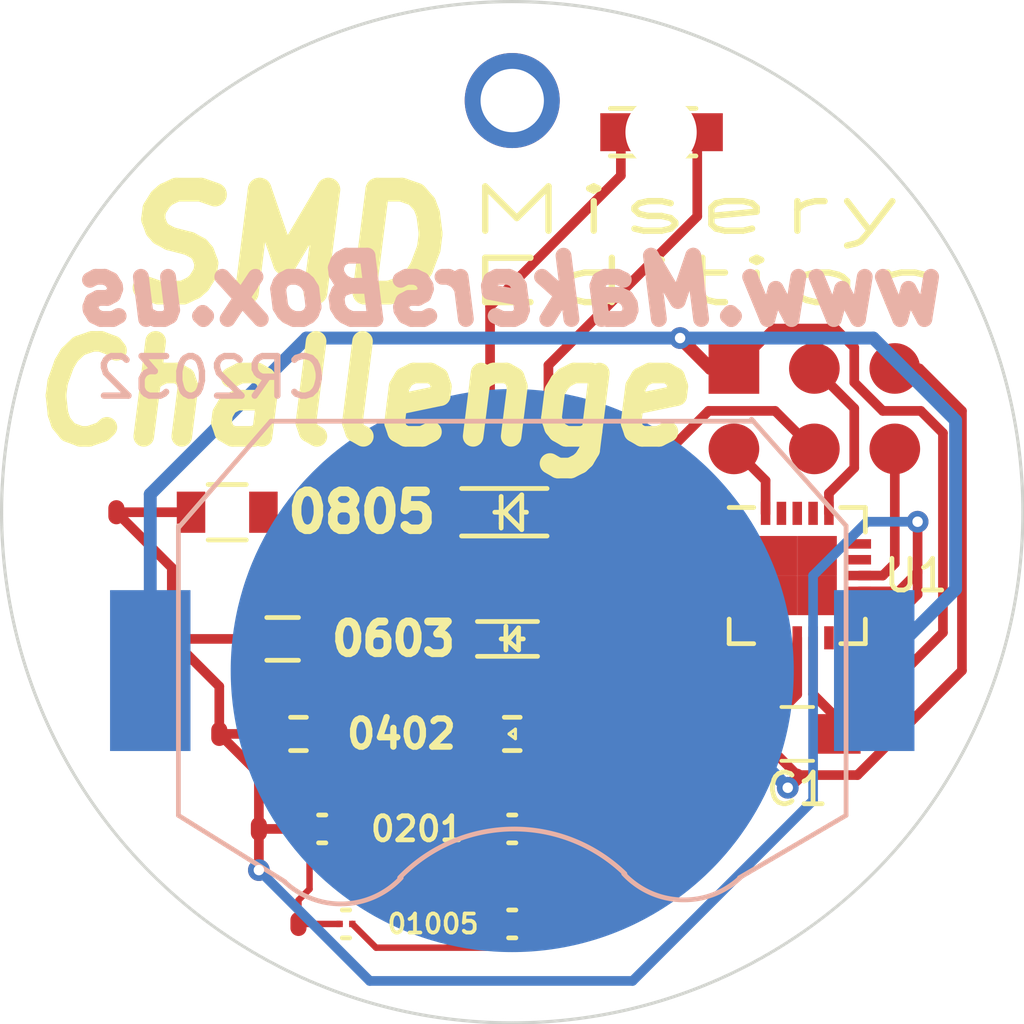
<source format=kicad_pcb>
(kicad_pcb (version 4) (host pcbnew 4.0.7)

  (general
    (links 39)
    (no_connects 0)
    (area 146.645484 77.075484 178.994516 109.424516)
    (thickness 1.6)
    (drawings 15)
    (tracks 131)
    (zones 0)
    (modules 27)
    (nets 20)
  )

  (page USLetter)
  (layers
    (0 F.Cu signal)
    (31 B.Cu signal)
    (34 B.Paste user)
    (35 F.Paste user)
    (36 B.SilkS user)
    (37 F.SilkS user)
    (38 B.Mask user)
    (39 F.Mask user)
    (40 Dwgs.User user hide)
    (44 Edge.Cuts user)
  )

  (setup
    (last_trace_width 0.3048)
    (user_trace_width 0.2032)
    (user_trace_width 0.254)
    (user_trace_width 0.3048)
    (user_trace_width 0.4064)
    (user_trace_width 0.6096)
    (user_trace_width 2.032)
    (trace_clearance 0.1524)
    (zone_clearance 0.508)
    (zone_45_only no)
    (trace_min 0.1524)
    (segment_width 0.254)
    (edge_width 0.1)
    (via_size 0.6858)
    (via_drill 0.3302)
    (via_min_size 0.6858)
    (via_min_drill 0.3302)
    (user_via 1 0.5)
    (uvia_size 0.762)
    (uvia_drill 0.508)
    (uvias_allowed no)
    (uvia_min_size 0.508)
    (uvia_min_drill 0.127)
    (pcb_text_width 0.3)
    (pcb_text_size 1.5 1.5)
    (mod_edge_width 0.15)
    (mod_text_size 1 1)
    (mod_text_width 0.15)
    (pad_size 3 3)
    (pad_drill 2)
    (pad_to_mask_clearance 0)
    (aux_axis_origin 0 0)
    (grid_origin 210.82 95.25)
    (visible_elements 7FFFFFFF)
    (pcbplotparams
      (layerselection 0x010f0_80000000)
      (usegerberextensions true)
      (excludeedgelayer true)
      (linewidth 0.100000)
      (plotframeref false)
      (viasonmask false)
      (mode 1)
      (useauxorigin false)
      (hpglpennumber 1)
      (hpglpenspeed 20)
      (hpglpendiameter 15)
      (hpglpenoverlay 2)
      (psnegative false)
      (psa4output false)
      (plotreference true)
      (plotvalue true)
      (plotinvisibletext false)
      (padsonsilk false)
      (subtractmaskfromsilk false)
      (outputformat 1)
      (mirror false)
      (drillshape 0)
      (scaleselection 1)
      (outputdirectory gerbers/))
  )

  (net 0 "")
  (net 1 GND)
  (net 2 +BATT)
  (net 3 "Net-(CON1-Pad1)")
  (net 4 "Net-(CON1-Pad3)")
  (net 5 "Net-(CON1-Pad4)")
  (net 6 "Net-(CON1-Pad5)")
  (net 7 "Net-(D1-Pad1)")
  (net 8 "Net-(D2-Pad1)")
  (net 9 "Net-(D3-Pad1)")
  (net 10 "Net-(D0-Pad1)")
  (net 11 "Net-(D3-Pad2)")
  (net 12 "Net-(D4-Pad2)")
  (net 13 "Net-(D4-Pad1)")
  (net 14 "Net-(P5-Pad1)")
  (net 15 "Net-(PG0-Pad1)")
  (net 16 "Net-(U1-Pad14)")
  (net 17 "Net-(U1-Pad15)")
  (net 18 "Net-(D1-Pad2)")
  (net 19 "Net-(D2-Pad2)")

  (net_class Default "This is the default net class."
    (clearance 0.1524)
    (trace_width 0.1524)
    (via_dia 0.6858)
    (via_drill 0.3302)
    (uvia_dia 0.762)
    (uvia_drill 0.508)
    (add_net +BATT)
    (add_net GND)
    (add_net "Net-(CON1-Pad1)")
    (add_net "Net-(CON1-Pad3)")
    (add_net "Net-(CON1-Pad4)")
    (add_net "Net-(CON1-Pad5)")
    (add_net "Net-(D0-Pad1)")
    (add_net "Net-(D1-Pad1)")
    (add_net "Net-(D1-Pad2)")
    (add_net "Net-(D2-Pad1)")
    (add_net "Net-(D2-Pad2)")
    (add_net "Net-(D3-Pad1)")
    (add_net "Net-(D3-Pad2)")
    (add_net "Net-(D4-Pad1)")
    (add_net "Net-(D4-Pad2)")
    (add_net "Net-(P5-Pad1)")
    (add_net "Net-(PG0-Pad1)")
    (add_net "Net-(U1-Pad14)")
    (add_net "Net-(U1-Pad15)")
  )

  (module footprints:LED-0805 (layer F.Cu) (tedit 5A72998C) (tstamp 5A7282F2)
    (at 167.52 81.25)
    (descr "LED 0805 smd package")
    (tags "LED 0805 SMD")
    (path /5A7293AF)
    (attr smd)
    (fp_text reference D5 (at 2.2225 1.4605) (layer F.SilkS) hide
      (effects (font (size 1.2 1.2) (thickness 0.3)))
    )
    (fp_text value LED (at 0 1.75) (layer F.Fab)
      (effects (font (size 1 1) (thickness 0.15)))
    )
    (fp_line (start -0.75 -0.75) (end -0.75 0.75) (layer F.CrtYd) (width 0.15))
    (fp_line (start -0.75 0.75) (end 0.75 0.75) (layer F.CrtYd) (width 0.15))
    (fp_line (start 0.75 0.75) (end 0.75 -0.75) (layer F.CrtYd) (width 0.15))
    (fp_line (start 0.75 -0.75) (end -0.75 -0.75) (layer F.CrtYd) (width 0.15))
    (fp_line (start 0.3 0) (end 0.45 0) (layer F.SilkS) (width 0.15))
    (fp_line (start -0.55 0) (end -0.2 0) (layer F.SilkS) (width 0.15))
    (fp_line (start -0.25 0) (end 0.3 -0.55) (layer F.SilkS) (width 0.15))
    (fp_line (start 0.3 -0.55) (end 0.3 0.55) (layer F.SilkS) (width 0.15))
    (fp_line (start 0.3 0.55) (end -0.25 0) (layer F.SilkS) (width 0.15))
    (fp_line (start -0.35 -0.35) (end -0.35 -0.5) (layer F.SilkS) (width 0.15))
    (fp_line (start -0.35 0.35) (end -0.35 0.5) (layer F.SilkS) (width 0.15))
    (fp_line (start -1.6 0.75) (end 1.1 0.75) (layer F.SilkS) (width 0.15))
    (fp_line (start -1.6 -0.75) (end 1.1 -0.75) (layer F.SilkS) (width 0.15))
    (fp_line (start -0.35 -0.35) (end -0.35 0.35) (layer F.SilkS) (width 0.15))
    (fp_line (start 1.9 -0.95) (end 1.9 0.95) (layer F.CrtYd) (width 0.05))
    (fp_line (start 1.9 0.95) (end -1.9 0.95) (layer F.CrtYd) (width 0.05))
    (fp_line (start -1.9 0.95) (end -1.9 -0.95) (layer F.CrtYd) (width 0.05))
    (fp_line (start -1.9 -0.95) (end 1.9 -0.95) (layer F.CrtYd) (width 0.05))
    (pad 2 smd rect (at 1.3 0 180) (size 1.3 1.19888) (layers F.Cu F.Paste F.Mask)
      (net 4 "Net-(CON1-Pad3)"))
    (pad 1 smd rect (at -1.27 0 180) (size 1.3 1.19888) (layers F.Cu F.Paste F.Mask)
      (net 10 "Net-(D0-Pad1)"))
    (pad "" np_thru_hole circle (at 0 0) (size 2.25 2.25) (drill 2.25) (layers *.Cu *.Mask))
    (model LEDs.3dshapes/LED-0805.wrl
      (at (xyz 0 0 0))
      (scale (xyz 1 1 1))
      (rotate (xyz 0 0 0))
    )
    (model LEDs.3dshapes/LED_0805.wrl
      (at (xyz 0 0 0))
      (scale (xyz 1 1 1))
      (rotate (xyz 0 0 0))
    )
  )

  (module footprints:BATT_CR2032_SMD (layer B.Cu) (tedit 56CFB5D2) (tstamp 5A2CB063)
    (at 162.82 98.25 180)
    (tags battery)
    (path /56CFA61E)
    (fp_text reference BT1 (at 0 -5.08 180) (layer B.SilkS) hide
      (effects (font (size 1.72974 1.08712) (thickness 0.27178)) (justify mirror))
    )
    (fp_text value Battery (at 0 2.54 180) (layer B.SilkS) hide
      (effects (font (size 1.524 1.016) (thickness 0.254)) (justify mirror))
    )
    (fp_line (start -7.1755 -6.5405) (end -10.541 -4.572) (layer B.SilkS) (width 0.15))
    (fp_line (start 7.1755 -6.6675) (end 10.541 -4.572) (layer B.SilkS) (width 0.15))
    (fp_arc (start -5.4229 -4.6355) (end -3.5179 -6.4135) (angle -90) (layer B.SilkS) (width 0.15))
    (fp_arc (start 5.4102 -4.7625) (end 7.1882 -6.6675) (angle -90) (layer B.SilkS) (width 0.15))
    (fp_arc (start -0.0635 -10.033) (end -3.556 -6.4135) (angle -90) (layer B.SilkS) (width 0.15))
    (fp_line (start 7.62 7.874) (end 10.541 4.5085) (layer B.SilkS) (width 0.15))
    (fp_line (start -10.541 4.572) (end -7.5565 7.9375) (layer B.SilkS) (width 0.15))
    (fp_line (start -7.62 7.874) (end 7.62 7.874) (layer B.SilkS) (width 0.15))
    (fp_line (start -10.541 -4.572) (end -10.541 4.572) (layer B.SilkS) (width 0.15))
    (fp_line (start 10.541 -4.572) (end 10.541 4.572) (layer B.SilkS) (width 0.15))
    (fp_circle (center 0 0) (end -10.16 0) (layer Dwgs.User) (width 0.15))
    (pad 2 smd circle (at 0 0 180) (size 17.78 17.78) (layers B.Cu B.Paste B.Mask)
      (net 1 GND))
    (pad 1 smd rect (at -11.43 0 180) (size 2.54 5.08) (layers B.Cu B.Paste B.Mask)
      (net 2 +BATT))
    (pad 1 smd rect (at 11.43 0 180) (size 2.54 5.08) (layers B.Cu B.Paste B.Mask)
      (net 2 +BATT))
  )

  (module footprints:AVR-ISP-6 (layer F.Cu) (tedit 5860A6AE) (tstamp 5A2CB07F)
    (at 169.82 91.25 90)
    (descr "6-lead dip package, row spacing 7.62 mm (300 mils)")
    (tags "dil dip 2.54 300")
    (path /58609061)
    (fp_text reference CON1 (at 0 -2.54 90) (layer F.SilkS) hide
      (effects (font (size 1 1) (thickness 0.15)))
    )
    (fp_text value AVR-ISP-6 (at 0 -3.72 90) (layer F.Fab) hide
      (effects (font (size 1 1) (thickness 0.15)))
    )
    (pad 1 smd oval (at 0 0 90) (size 1.6 1.6) (layers F.Cu F.Paste F.Mask)
      (net 3 "Net-(CON1-Pad1)"))
    (pad 2 smd rect (at 2.54 0 90) (size 1.6 1.6) (layers F.Cu F.Paste F.Mask)
      (net 2 +BATT))
    (pad 3 smd oval (at 0 2.54 90) (size 1.6 1.6) (layers F.Cu F.Paste F.Mask)
      (net 4 "Net-(CON1-Pad3)"))
    (pad 4 smd oval (at 2.54 2.54 90) (size 1.6 1.6) (layers F.Cu F.Paste F.Mask)
      (net 5 "Net-(CON1-Pad4)"))
    (pad 5 smd oval (at 0 5.08 90) (size 1.6 1.6) (layers F.Cu F.Paste F.Mask)
      (net 6 "Net-(CON1-Pad5)"))
    (pad 6 smd oval (at 2.54 5.08 90) (size 1.6 1.6) (layers F.Cu F.Paste F.Mask)
      (net 1 GND))
  )

  (module footprints:testPad (layer F.Cu) (tedit 5A71576D) (tstamp 5A2CB100)
    (at 165.82 93.25)
    (descr "module 1 pin (ou trou mecanique de percage)")
    (tags DEV)
    (path /5902B2A3)
    (fp_text reference P0 (at -1.27 0.175) (layer F.SilkS) hide
      (effects (font (size 0.635 0.635) (thickness 0.127)))
    )
    (fp_text value CONN_01X01 (at 0 0) (layer F.Fab)
      (effects (font (size 0.127 0.127) (thickness 0.03175)))
    )
    (pad 1 smd oval (at 0 0) (size 0.508 0.762) (layers F.Cu F.Paste F.Mask)
      (net 4 "Net-(CON1-Pad3)"))
  )

  (module footprints:testPad (layer F.Cu) (tedit 5902BD57) (tstamp 5A2CB104)
    (at 165.82 97.25)
    (descr "module 1 pin (ou trou mecanique de percage)")
    (tags DEV)
    (path /5902B324)
    (fp_text reference P1 (at -0.0635 0) (layer F.SilkS) hide
      (effects (font (size 0.635 0.635) (thickness 0.127)))
    )
    (fp_text value CONN_01X01 (at 0 0) (layer F.Fab)
      (effects (font (size 0.127 0.127) (thickness 0.03175)))
    )
    (pad 1 smd oval (at 0 0) (size 0.508 0.762) (layers F.Cu F.Paste F.Mask)
      (net 18 "Net-(D1-Pad2)"))
  )

  (module footprints:testPad (layer F.Cu) (tedit 5A715F16) (tstamp 5A2CB108)
    (at 165.57 100.25)
    (descr "module 1 pin (ou trou mecanique de percage)")
    (tags DEV)
    (path /5902B382)
    (fp_text reference P2 (at -0.25 0) (layer F.SilkS) hide
      (effects (font (size 0.635 0.635) (thickness 0.127)))
    )
    (fp_text value CONN_01X01 (at 0 0) (layer F.Fab)
      (effects (font (size 0.127 0.127) (thickness 0.03175)))
    )
    (pad 1 smd oval (at 0 0) (size 0.508 0.762) (layers F.Cu F.Paste F.Mask)
      (net 19 "Net-(D2-Pad2)"))
  )

  (module footprints:testPad (layer F.Cu) (tedit 5A71575C) (tstamp 5A2CB10C)
    (at 165.32 103.25)
    (descr "module 1 pin (ou trou mecanique de percage)")
    (tags DEV)
    (path /5902B3ED)
    (fp_text reference P3 (at 0 0.65) (layer F.SilkS) hide
      (effects (font (size 0.635 0.635) (thickness 0.127)))
    )
    (fp_text value CONN_01X01 (at 0 0) (layer F.Fab)
      (effects (font (size 0.127 0.127) (thickness 0.03175)))
    )
    (pad 1 smd oval (at 0 0) (size 0.508 0.762) (layers F.Cu F.Paste F.Mask)
      (net 11 "Net-(D3-Pad2)"))
  )

  (module footprints:testPad (layer F.Cu) (tedit 5902BD57) (tstamp 5A2CB110)
    (at 165.07 106.25)
    (descr "module 1 pin (ou trou mecanique de percage)")
    (tags DEV)
    (path /5902B44F)
    (fp_text reference P4 (at -0.0635 0) (layer F.SilkS) hide
      (effects (font (size 0.635 0.635) (thickness 0.127)))
    )
    (fp_text value CONN_01X01 (at 0 0) (layer F.Fab)
      (effects (font (size 0.127 0.127) (thickness 0.03175)))
    )
    (pad 1 smd oval (at 0 0) (size 0.508 0.762) (layers F.Cu F.Paste F.Mask)
      (net 12 "Net-(D4-Pad2)"))
  )

  (module footprints:testPad (layer F.Cu) (tedit 5902BD57) (tstamp 5A2CB114)
    (at 150.32 93.25)
    (descr "module 1 pin (ou trou mecanique de percage)")
    (tags DEV)
    (path /5902AF42)
    (fp_text reference PG0 (at -0.0635 0) (layer F.SilkS) hide
      (effects (font (size 0.635 0.635) (thickness 0.127)))
    )
    (fp_text value CONN_01X01 (at 0 0) (layer F.Fab)
      (effects (font (size 0.127 0.127) (thickness 0.03175)))
    )
    (pad 1 smd oval (at 0 0) (size 0.508 0.762) (layers F.Cu F.Paste F.Mask)
      (net 15 "Net-(PG0-Pad1)"))
  )

  (module footprints:testPad (layer F.Cu) (tedit 5A715734) (tstamp 5A2CB118)
    (at 152.07 97.25)
    (descr "module 1 pin (ou trou mecanique de percage)")
    (tags DEV)
    (path /5902AFA3)
    (fp_text reference PG1 (at 2 0) (layer F.SilkS) hide
      (effects (font (size 0.635 0.635) (thickness 0.127)))
    )
    (fp_text value CONN_01X01 (at 0 0) (layer F.Fab)
      (effects (font (size 0.127 0.127) (thickness 0.03175)))
    )
    (pad 1 smd oval (at 0 0) (size 0.508 0.762) (layers F.Cu F.Paste F.Mask)
      (net 15 "Net-(PG0-Pad1)"))
  )

  (module footprints:testPad (layer F.Cu) (tedit 5A715739) (tstamp 5A2CB11C)
    (at 153.57 100.25)
    (descr "module 1 pin (ou trou mecanique de percage)")
    (tags DEV)
    (path /5902AFF0)
    (fp_text reference PG2 (at -1.078 0.19) (layer F.SilkS) hide
      (effects (font (size 0.635 0.635) (thickness 0.127)))
    )
    (fp_text value CONN_01X01 (at 0 0) (layer F.Fab)
      (effects (font (size 0.127 0.127) (thickness 0.03175)))
    )
    (pad 1 smd oval (at 0 0) (size 0.508 0.762) (layers F.Cu F.Paste F.Mask)
      (net 15 "Net-(PG0-Pad1)"))
  )

  (module footprints:testPad (layer F.Cu) (tedit 5902BD57) (tstamp 5A2CB120)
    (at 154.82 103.25)
    (descr "module 1 pin (ou trou mecanique de percage)")
    (tags DEV)
    (path /5902B040)
    (fp_text reference PG3 (at -0.0635 0) (layer F.SilkS) hide
      (effects (font (size 0.635 0.635) (thickness 0.127)))
    )
    (fp_text value CONN_01X01 (at 0 0) (layer F.Fab)
      (effects (font (size 0.127 0.127) (thickness 0.03175)))
    )
    (pad 1 smd oval (at 0 0) (size 0.508 0.762) (layers F.Cu F.Paste F.Mask)
      (net 15 "Net-(PG0-Pad1)"))
  )

  (module footprints:testPad (layer F.Cu) (tedit 5A715723) (tstamp 5A2CB124)
    (at 156.07 106.25)
    (descr "module 1 pin (ou trou mecanique de percage)")
    (tags DEV)
    (path /5902B093)
    (fp_text reference PG4 (at -2.3325 1.745) (layer F.SilkS) hide
      (effects (font (size 0.635 0.635) (thickness 0.127)))
    )
    (fp_text value CONN_01X01 (at 0 0) (layer F.Fab)
      (effects (font (size 0.127 0.127) (thickness 0.03175)))
    )
    (pad 1 smd oval (at 0 0) (size 0.508 0.762) (layers F.Cu F.Paste F.Mask)
      (net 15 "Net-(PG0-Pad1)"))
  )

  (module footprints:Pin_Header_Straight_1x01 (layer F.Cu) (tedit 5A2CB1FD) (tstamp 5A2CB193)
    (at 162.82 80.25)
    (descr "Through hole pin header")
    (tags "pin header")
    (path /5860AE9A)
    (fp_text reference P5 (at -0.6 -0.5) (layer F.SilkS) hide
      (effects (font (size 0.127 0.127) (thickness 0.03175)))
    )
    (fp_text value CONN_01X01 (at 0 0.9) (layer F.Fab)
      (effects (font (size 0.127 0.127) (thickness 0.03175)))
    )
    (pad 1 thru_hole circle (at 0 0) (size 3 3) (drill 2) (layers *.Cu *.Mask)
      (net 14 "Net-(P5-Pad1)"))
  )

  (module Capacitors_SMD:C_0805_HandSoldering (layer F.Cu) (tedit 58AA84A8) (tstamp 5A715568)
    (at 171.82 100.25 180)
    (descr "Capacitor SMD 0805, hand soldering")
    (tags "capacitor 0805")
    (path /553FDF53)
    (attr smd)
    (fp_text reference C1 (at 0 -1.75 180) (layer F.SilkS)
      (effects (font (size 1 1) (thickness 0.15)))
    )
    (fp_text value "0.1 uF" (at 0 1.75 180) (layer F.Fab)
      (effects (font (size 1 1) (thickness 0.15)))
    )
    (fp_text user %R (at 0 -1.75 180) (layer F.Fab)
      (effects (font (size 1 1) (thickness 0.15)))
    )
    (fp_line (start -1 0.62) (end -1 -0.62) (layer F.Fab) (width 0.1))
    (fp_line (start 1 0.62) (end -1 0.62) (layer F.Fab) (width 0.1))
    (fp_line (start 1 -0.62) (end 1 0.62) (layer F.Fab) (width 0.1))
    (fp_line (start -1 -0.62) (end 1 -0.62) (layer F.Fab) (width 0.1))
    (fp_line (start 0.5 -0.85) (end -0.5 -0.85) (layer F.SilkS) (width 0.12))
    (fp_line (start -0.5 0.85) (end 0.5 0.85) (layer F.SilkS) (width 0.12))
    (fp_line (start -2.25 -0.88) (end 2.25 -0.88) (layer F.CrtYd) (width 0.05))
    (fp_line (start -2.25 -0.88) (end -2.25 0.87) (layer F.CrtYd) (width 0.05))
    (fp_line (start 2.25 0.87) (end 2.25 -0.88) (layer F.CrtYd) (width 0.05))
    (fp_line (start 2.25 0.87) (end -2.25 0.87) (layer F.CrtYd) (width 0.05))
    (pad 1 smd rect (at -1.25 0 180) (size 1.5 1.25) (layers F.Cu F.Paste F.Mask)
      (net 2 +BATT))
    (pad 2 smd rect (at 1.25 0 180) (size 1.5 1.25) (layers F.Cu F.Paste F.Mask)
      (net 1 GND))
    (model Capacitors_SMD.3dshapes/C_0805.wrl
      (at (xyz 0 0 0))
      (scale (xyz 1 1 1))
      (rotate (xyz 0 0 0))
    )
  )

  (module footprints:LED-0805 (layer F.Cu) (tedit 5A716011) (tstamp 5A71556D)
    (at 162.82 93.25)
    (descr "LED 0805 smd package")
    (tags "LED 0805 SMD")
    (path /58C49927)
    (attr smd)
    (fp_text reference D0 (at 2.2225 1.4605) (layer F.SilkS) hide
      (effects (font (size 1.2 1.2) (thickness 0.3)))
    )
    (fp_text value LED (at 0 1.75) (layer F.Fab)
      (effects (font (size 1 1) (thickness 0.15)))
    )
    (fp_line (start 0.3 0) (end 0.45 0) (layer F.SilkS) (width 0.15))
    (fp_line (start -0.55 0) (end -0.2 0) (layer F.SilkS) (width 0.15))
    (fp_line (start -0.25 0) (end 0.3 -0.55) (layer F.SilkS) (width 0.15))
    (fp_line (start 0.3 -0.55) (end 0.3 0.55) (layer F.SilkS) (width 0.15))
    (fp_line (start 0.3 0.55) (end -0.25 0) (layer F.SilkS) (width 0.15))
    (fp_line (start -0.35 -0.35) (end -0.35 -0.5) (layer F.SilkS) (width 0.15))
    (fp_line (start -0.35 0.35) (end -0.35 0.5) (layer F.SilkS) (width 0.15))
    (fp_line (start -1.6 0.75) (end 1.1 0.75) (layer F.SilkS) (width 0.15))
    (fp_line (start -1.6 -0.75) (end 1.1 -0.75) (layer F.SilkS) (width 0.15))
    (fp_line (start -0.35 -0.35) (end -0.35 0.35) (layer F.SilkS) (width 0.15))
    (fp_line (start 1.9 -0.95) (end 1.9 0.95) (layer F.CrtYd) (width 0.05))
    (fp_line (start 1.9 0.95) (end -1.9 0.95) (layer F.CrtYd) (width 0.05))
    (fp_line (start -1.9 0.95) (end -1.9 -0.95) (layer F.CrtYd) (width 0.05))
    (fp_line (start -1.9 -0.95) (end 1.9 -0.95) (layer F.CrtYd) (width 0.05))
    (pad 2 smd rect (at 1.143 0 180) (size 1.3 1.19888) (layers F.Cu F.Paste F.Mask)
      (net 4 "Net-(CON1-Pad3)"))
    (pad 1 smd rect (at -1.27 0 180) (size 1.3 1.19888) (layers F.Cu F.Paste F.Mask)
      (net 10 "Net-(D0-Pad1)"))
    (model LEDs.3dshapes/LED-0805.wrl
      (at (xyz 0 0 0))
      (scale (xyz 1 1 1))
      (rotate (xyz 0 0 0))
    )
    (model LEDs.3dshapes/LED_0805.wrl
      (at (xyz 0 0 0))
      (scale (xyz 1 1 1))
      (rotate (xyz 0 0 0))
    )
  )

  (module footprints:LED-0603 (layer F.Cu) (tedit 5A716017) (tstamp 5A715572)
    (at 162.82 97.25)
    (descr "LED 0603 smd package")
    (tags "LED led 0603 SMD smd SMT smt smdled SMDLED smtled SMTLED")
    (path /58D338E3)
    (attr smd)
    (fp_text reference D1 (at 1.778 1.0795) (layer F.SilkS) hide
      (effects (font (size 1 1) (thickness 0.25)))
    )
    (fp_text value LED (at 0 1.5) (layer F.Fab)
      (effects (font (size 1 1) (thickness 0.15)))
    )
    (fp_line (start 0.2 0) (end 0.35 0) (layer F.SilkS) (width 0.15))
    (fp_line (start -0.35 0) (end -0.15 0) (layer F.SilkS) (width 0.15))
    (fp_line (start -0.1 0) (end 0.2 -0.35) (layer F.SilkS) (width 0.15))
    (fp_line (start 0.2 -0.35) (end 0.2 0.35) (layer F.SilkS) (width 0.15))
    (fp_line (start 0.2 0.35) (end -0.2 0) (layer F.SilkS) (width 0.15))
    (fp_line (start -0.2 0) (end -0.15 0) (layer F.SilkS) (width 0.15))
    (fp_line (start -0.2 -0.4) (end -0.2 0.35) (layer F.SilkS) (width 0.15))
    (fp_line (start -1.1 0.55) (end 0.8 0.55) (layer F.SilkS) (width 0.15))
    (fp_line (start -1.1 -0.55) (end 0.8 -0.55) (layer F.SilkS) (width 0.15))
    (fp_line (start 1.4 -0.75) (end 1.4 0.75) (layer F.CrtYd) (width 0.05))
    (fp_line (start 1.4 0.75) (end -1.4 0.75) (layer F.CrtYd) (width 0.05))
    (fp_line (start -1.4 0.75) (end -1.4 -0.75) (layer F.CrtYd) (width 0.05))
    (fp_line (start -1.4 -0.75) (end 1.4 -0.75) (layer F.CrtYd) (width 0.05))
    (pad 2 smd rect (at 0.889 0 180) (size 1 0.79756) (layers F.Cu F.Paste F.Mask)
      (net 18 "Net-(D1-Pad2)"))
    (pad 1 smd rect (at -0.889 0 180) (size 1 0.79756) (layers F.Cu F.Paste F.Mask)
      (net 7 "Net-(D1-Pad1)"))
    (model LEDs.3dshapes/LED_0603.wrl
      (at (xyz 0 0 0))
      (scale (xyz 1 1 1))
      (rotate (xyz 0 0 0))
    )
  )

  (module footprints:LED_0402 (layer F.Cu) (tedit 5A71601D) (tstamp 5A715577)
    (at 162.82 100.25)
    (descr "Resistor SMD 0402, reflow soldering, Vishay (see dcrcw.pdf)")
    (tags "resistor 0402")
    (path /58D33940)
    (attr smd)
    (fp_text reference D2 (at 1.3 1) (layer F.SilkS) hide
      (effects (font (size 0.8 0.8) (thickness 0.2)))
    )
    (fp_text value LED (at 0 1.8) (layer F.Fab)
      (effects (font (size 1 1) (thickness 0.15)))
    )
    (fp_line (start 0.1 0.15) (end 0.1 -0.15) (layer F.SilkS) (width 0.1))
    (fp_line (start -0.1 0) (end 0.1 0.15) (layer F.SilkS) (width 0.1))
    (fp_line (start -0.1 0) (end 0.1 -0.15) (layer F.SilkS) (width 0.1))
    (fp_line (start -0.95 -0.65) (end 0.95 -0.65) (layer F.CrtYd) (width 0.05))
    (fp_line (start -0.95 0.65) (end 0.95 0.65) (layer F.CrtYd) (width 0.05))
    (fp_line (start -0.95 -0.65) (end -0.95 0.65) (layer F.CrtYd) (width 0.05))
    (fp_line (start 0.95 -0.65) (end 0.95 0.65) (layer F.CrtYd) (width 0.05))
    (fp_line (start 0.25 -0.525) (end -0.25 -0.525) (layer F.SilkS) (width 0.15))
    (fp_line (start -0.25 0.525) (end 0.25 0.525) (layer F.SilkS) (width 0.15))
    (pad 1 smd rect (at -0.5 0) (size 0.7 0.6) (layers F.Cu F.Paste F.Mask)
      (net 8 "Net-(D2-Pad1)"))
    (pad 2 smd rect (at 0.5 0) (size 0.7 0.6) (layers F.Cu F.Paste F.Mask)
      (net 19 "Net-(D2-Pad2)"))
    (model Resistors_SMD.3dshapes/R_0402.wrl
      (at (xyz 0 0 0))
      (scale (xyz 1 1 1))
      (rotate (xyz 0 0 0))
    )
  )

  (module footprints:LED_0201 (layer F.Cu) (tedit 5A716024) (tstamp 5A71557C)
    (at 162.82 103.25)
    (descr "Resistor SMD 0201, reflow soldering, Vishay (see crcw0201e3.pdf)")
    (tags "resistor 0201")
    (path /58D34030)
    (attr smd)
    (fp_text reference D3 (at 1.016 0.889) (layer F.SilkS) hide
      (effects (font (size 0.7 0.7) (thickness 0.175)))
    )
    (fp_text value LED (at 0 1.7) (layer F.Fab)
      (effects (font (size 1 1) (thickness 0.15)))
    )
    (fp_line (start -0.325 0.175) (end -0.325 -0.175) (layer F.CrtYd) (width 0.05))
    (fp_line (start -0.325 0.175) (end 0.325 0.175) (layer F.CrtYd) (width 0.05))
    (fp_line (start 0.325 0.175) (end 0.325 -0.175) (layer F.CrtYd) (width 0.05))
    (fp_line (start -0.325 -0.175) (end 0.325 -0.175) (layer F.CrtYd) (width 0.05))
    (fp_line (start 0.115 -0.44) (end -0.115 -0.44) (layer F.SilkS) (width 0.15))
    (fp_line (start -0.115 0.44) (end 0.115 0.44) (layer F.SilkS) (width 0.15))
    (pad 1 smd rect (at -0.3 0) (size 0.4 0.4) (layers F.Cu F.Paste F.Mask)
      (net 9 "Net-(D3-Pad1)"))
    (pad 2 smd rect (at 0.3 0) (size 0.4 0.4) (layers F.Cu F.Paste F.Mask)
      (net 11 "Net-(D3-Pad2)"))
    (model Resistors_SMD.3dshapes/R_0201.wrl
      (at (xyz 0 0 0))
      (scale (xyz 1 1 1))
      (rotate (xyz 0 0 0))
    )
  )

  (module footprints:LED_0201 (layer F.Cu) (tedit 5A71602F) (tstamp 5A715581)
    (at 162.82 106.25)
    (descr "Resistor SMD 0201, reflow soldering, Vishay (see crcw0201e3.pdf)")
    (tags "resistor 0201")
    (path /58DDCAFF)
    (attr smd)
    (fp_text reference D4 (at 1.016 0.889) (layer F.SilkS) hide
      (effects (font (size 0.6 0.6) (thickness 0.15)))
    )
    (fp_text value LED (at 0 1.7) (layer F.Fab)
      (effects (font (size 1 1) (thickness 0.15)))
    )
    (fp_line (start -0.325 0.175) (end -0.325 -0.175) (layer F.CrtYd) (width 0.05))
    (fp_line (start -0.325 0.175) (end 0.325 0.175) (layer F.CrtYd) (width 0.05))
    (fp_line (start 0.325 0.175) (end 0.325 -0.175) (layer F.CrtYd) (width 0.05))
    (fp_line (start -0.325 -0.175) (end 0.325 -0.175) (layer F.CrtYd) (width 0.05))
    (fp_line (start 0.115 -0.44) (end -0.115 -0.44) (layer F.SilkS) (width 0.15))
    (fp_line (start -0.115 0.44) (end 0.115 0.44) (layer F.SilkS) (width 0.15))
    (pad 1 smd rect (at -0.3 0) (size 0.4 0.4) (layers F.Cu F.Paste F.Mask)
      (net 13 "Net-(D4-Pad1)"))
    (pad 2 smd rect (at 0.3 0) (size 0.4 0.4) (layers F.Cu F.Paste F.Mask)
      (net 12 "Net-(D4-Pad2)"))
    (model Resistors_SMD.3dshapes/R_0201.wrl
      (at (xyz 0 0 0))
      (scale (xyz 1 1 1))
      (rotate (xyz 0 0 0))
    )
  )

  (module footprints:R_0805 (layer F.Cu) (tedit 58DFDC5C) (tstamp 5A715586)
    (at 153.82 93.25 180)
    (descr "Resistor SMD 0805, reflow soldering, Vishay (see dcrcw.pdf)")
    (tags "resistor 0805")
    (path /56CEB2B5)
    (attr smd)
    (fp_text reference R0 (at 0 0 180) (layer F.SilkS) hide
      (effects (font (size 1 1) (thickness 0.15)))
    )
    (fp_text value 330 (at 0 2.1 180) (layer F.Fab)
      (effects (font (size 1 1) (thickness 0.15)))
    )
    (fp_line (start -1.6 -1) (end 1.6 -1) (layer F.CrtYd) (width 0.05))
    (fp_line (start -1.6 1) (end 1.6 1) (layer F.CrtYd) (width 0.05))
    (fp_line (start -1.6 -1) (end -1.6 1) (layer F.CrtYd) (width 0.05))
    (fp_line (start 1.6 -1) (end 1.6 1) (layer F.CrtYd) (width 0.05))
    (fp_line (start 0.6 0.875) (end -0.6 0.875) (layer F.SilkS) (width 0.15))
    (fp_line (start -0.6 -0.875) (end 0.6 -0.875) (layer F.SilkS) (width 0.15))
    (pad 1 smd rect (at -1.143 0 180) (size 0.9 1.3) (layers F.Cu F.Paste F.Mask)
      (net 10 "Net-(D0-Pad1)"))
    (pad 2 smd rect (at 1.143 0 180) (size 0.9 1.3) (layers F.Cu F.Paste F.Mask)
      (net 15 "Net-(PG0-Pad1)"))
    (model Resistors_SMD.3dshapes/R_0805.wrl
      (at (xyz 0 0 0))
      (scale (xyz 1 1 1))
      (rotate (xyz 0 0 0))
    )
  )

  (module footprints:R_0603 (layer F.Cu) (tedit 5902A5F6) (tstamp 5A71558B)
    (at 155.57 97.25 180)
    (descr "Resistor SMD 0603, reflow soldering, Vishay (see dcrcw.pdf)")
    (tags "resistor 0603")
    (path /58D3397B)
    (attr smd)
    (fp_text reference R1 (at 0 0 180) (layer F.SilkS) hide
      (effects (font (size 1 1) (thickness 0.15)))
    )
    (fp_text value 330 (at 0 1.9 180) (layer F.Fab)
      (effects (font (size 1 1) (thickness 0.15)))
    )
    (fp_line (start -1.3 -0.8) (end 1.3 -0.8) (layer F.CrtYd) (width 0.05))
    (fp_line (start -1.3 0.8) (end 1.3 0.8) (layer F.CrtYd) (width 0.05))
    (fp_line (start -1.3 -0.8) (end -1.3 0.8) (layer F.CrtYd) (width 0.05))
    (fp_line (start 1.3 -0.8) (end 1.3 0.8) (layer F.CrtYd) (width 0.05))
    (fp_line (start 0.5 0.675) (end -0.5 0.675) (layer F.SilkS) (width 0.15))
    (fp_line (start -0.5 -0.675) (end 0.5 -0.675) (layer F.SilkS) (width 0.15))
    (pad 1 smd rect (at -0.889 0 180) (size 0.7 0.9) (layers F.Cu F.Paste F.Mask)
      (net 7 "Net-(D1-Pad1)"))
    (pad 2 smd rect (at 1.016 0 180) (size 0.7 0.9) (layers F.Cu F.Paste F.Mask)
      (net 15 "Net-(PG0-Pad1)"))
    (model Resistors_SMD.3dshapes/R_0603.wrl
      (at (xyz 0 0 0))
      (scale (xyz 1 1 1))
      (rotate (xyz 0 0 0))
    )
  )

  (module footprints:R_0402 (layer F.Cu) (tedit 58DFDC4A) (tstamp 5A715590)
    (at 156.07 100.25 180)
    (descr "Resistor SMD 0402, reflow soldering, Vishay (see dcrcw.pdf)")
    (tags "resistor 0402")
    (path /58D339BB)
    (attr smd)
    (fp_text reference R2 (at 0 0 180) (layer Dwgs.User) hide
      (effects (font (size 1 1) (thickness 0.15)))
    )
    (fp_text value 330 (at 0 1.8 180) (layer F.Fab)
      (effects (font (size 1 1) (thickness 0.15)))
    )
    (fp_line (start -0.95 -0.65) (end 0.95 -0.65) (layer F.CrtYd) (width 0.05))
    (fp_line (start -0.95 0.65) (end 0.95 0.65) (layer F.CrtYd) (width 0.05))
    (fp_line (start -0.95 -0.65) (end -0.95 0.65) (layer F.CrtYd) (width 0.05))
    (fp_line (start 0.95 -0.65) (end 0.95 0.65) (layer F.CrtYd) (width 0.05))
    (fp_line (start 0.25 -0.525) (end -0.25 -0.525) (layer F.SilkS) (width 0.15))
    (fp_line (start -0.25 0.525) (end 0.25 0.525) (layer F.SilkS) (width 0.15))
    (pad 1 smd rect (at -0.4 0 180) (size 0.6 0.6) (layers F.Cu F.Paste F.Mask)
      (net 8 "Net-(D2-Pad1)"))
    (pad 2 smd rect (at 0.5 0 180) (size 0.6 0.6) (layers F.Cu F.Paste F.Mask)
      (net 15 "Net-(PG0-Pad1)"))
    (model Resistors_SMD.3dshapes/R_0402.wrl
      (at (xyz 0 0 0))
      (scale (xyz 1 1 1))
      (rotate (xyz 0 0 0))
    )
  )

  (module footprints:R_0201 (layer F.Cu) (tedit 5A2C7C82) (tstamp 5A715595)
    (at 156.82 103.25 180)
    (descr "Resistor SMD 0201, reflow soldering, Vishay (see crcw0201e3.pdf)")
    (tags "resistor 0201")
    (path /58D3406E)
    (attr smd)
    (fp_text reference R3 (at 1.397 0.762 180) (layer F.SilkS) hide
      (effects (font (size 0.762 0.762) (thickness 0.15)))
    )
    (fp_text value 330 (at 0 1.7 180) (layer F.Fab)
      (effects (font (size 1 1) (thickness 0.15)))
    )
    (fp_line (start 0.35 -0.175) (end 0.35 0.175) (layer F.CrtYd) (width 0.05))
    (fp_line (start -0.325 -0.25) (end 0.325 -0.25) (layer F.CrtYd) (width 0.05))
    (fp_line (start -0.325 0.25) (end 0.325 0.25) (layer F.CrtYd) (width 0.05))
    (fp_line (start -0.35 -0.175) (end -0.35 0.175) (layer F.CrtYd) (width 0.05))
    (fp_line (start 0.115 -0.44) (end -0.115 -0.44) (layer F.SilkS) (width 0.15))
    (fp_line (start -0.115 0.44) (end 0.115 0.44) (layer F.SilkS) (width 0.15))
    (pad 1 smd rect (at -0.4 0 180) (size 0.45 0.43) (layers F.Cu F.Paste F.Mask)
      (net 9 "Net-(D3-Pad1)"))
    (pad 2 smd rect (at 0.4 0 180) (size 0.45 0.43) (layers F.Cu F.Paste F.Mask)
      (net 15 "Net-(PG0-Pad1)"))
    (model Resistors_SMD.3dshapes/R_0201.wrl
      (at (xyz 0 0 0))
      (scale (xyz 1 1 1))
      (rotate (xyz 0 0 0))
    )
  )

  (module Housings_DFN_QFN:QFN-20-1EP_4x4mm_Pitch0.5mm (layer F.Cu) (tedit 5A715A5E) (tstamp 5A7155B5)
    (at 171.82 95.25)
    (descr "20-Lead Plastic Quad Flat, No Lead Package (ML) - 4x4x0.9 mm Body [QFN]; (see Microchip Packaging Specification 00000049BS.pdf)")
    (tags "QFN 0.5")
    (path /5A716E38)
    (attr smd)
    (fp_text reference U1 (at 3.75 0) (layer F.SilkS)
      (effects (font (size 1 1) (thickness 0.15)))
    )
    (fp_text value ATTINY84-20MU (at 0 3.33) (layer F.Fab)
      (effects (font (size 1 1) (thickness 0.15)))
    )
    (fp_line (start -1 -2) (end 2 -2) (layer F.Fab) (width 0.15))
    (fp_line (start 2 -2) (end 2 2) (layer F.Fab) (width 0.15))
    (fp_line (start 2 2) (end -2 2) (layer F.Fab) (width 0.15))
    (fp_line (start -2 2) (end -2 -1) (layer F.Fab) (width 0.15))
    (fp_line (start -2 -1) (end -1 -2) (layer F.Fab) (width 0.15))
    (fp_line (start -2.6 -2.6) (end -2.6 2.6) (layer F.CrtYd) (width 0.05))
    (fp_line (start 2.6 -2.6) (end 2.6 2.6) (layer F.CrtYd) (width 0.05))
    (fp_line (start -2.6 -2.6) (end 2.6 -2.6) (layer F.CrtYd) (width 0.05))
    (fp_line (start -2.6 2.6) (end 2.6 2.6) (layer F.CrtYd) (width 0.05))
    (fp_line (start 2.15 -2.15) (end 2.15 -1.375) (layer F.SilkS) (width 0.15))
    (fp_line (start -2.15 2.15) (end -2.15 1.375) (layer F.SilkS) (width 0.15))
    (fp_line (start 2.15 2.15) (end 2.15 1.375) (layer F.SilkS) (width 0.15))
    (fp_line (start -2.15 -2.15) (end -1.375 -2.15) (layer F.SilkS) (width 0.15))
    (fp_line (start -2.15 2.15) (end -1.375 2.15) (layer F.SilkS) (width 0.15))
    (fp_line (start 2.15 2.15) (end 1.375 2.15) (layer F.SilkS) (width 0.15))
    (fp_line (start 2.15 -2.15) (end 1.375 -2.15) (layer F.SilkS) (width 0.15))
    (pad 1 smd rect (at -1.965 -1) (size 0.73 0.3) (layers F.Cu F.Paste F.Mask)
      (net 4 "Net-(CON1-Pad3)"))
    (pad 2 smd rect (at -1.965 -0.5) (size 0.73 0.3) (layers F.Cu F.Paste F.Mask)
      (net 18 "Net-(D1-Pad2)"))
    (pad 3 smd rect (at -1.965 0) (size 0.73 0.3) (layers F.Cu F.Paste F.Mask)
      (net 19 "Net-(D2-Pad2)"))
    (pad 4 smd rect (at -1.965 0.5) (size 0.73 0.3) (layers F.Cu F.Paste F.Mask)
      (net 11 "Net-(D3-Pad2)"))
    (pad 5 smd rect (at -1.965 1) (size 0.73 0.3) (layers F.Cu F.Paste F.Mask)
      (net 12 "Net-(D4-Pad2)"))
    (pad 6 smd rect (at -1 1.965 90) (size 0.73 0.3) (layers F.Cu F.Paste F.Mask))
    (pad 7 smd rect (at -0.5 1.965 90) (size 0.73 0.3) (layers F.Cu F.Paste F.Mask))
    (pad 8 smd rect (at 0 1.965 90) (size 0.73 0.3) (layers F.Cu F.Paste F.Mask)
      (net 1 GND))
    (pad 9 smd rect (at 0.5 1.965 90) (size 0.73 0.3) (layers F.Cu F.Paste F.Mask)
      (net 2 +BATT))
    (pad 10 smd rect (at 1 1.965 90) (size 0.73 0.3) (layers F.Cu F.Paste F.Mask))
    (pad 11 smd rect (at 1.965 1) (size 0.73 0.3) (layers F.Cu F.Paste F.Mask)
      (net 15 "Net-(PG0-Pad1)"))
    (pad 12 smd rect (at 1.965 0.5) (size 0.73 0.3) (layers F.Cu F.Paste F.Mask)
      (net 15 "Net-(PG0-Pad1)"))
    (pad 13 smd rect (at 1.965 0) (size 0.73 0.3) (layers F.Cu F.Paste F.Mask)
      (net 6 "Net-(CON1-Pad5)"))
    (pad 14 smd rect (at 1.965 -0.5) (size 0.73 0.3) (layers F.Cu F.Paste F.Mask)
      (net 16 "Net-(U1-Pad14)"))
    (pad 15 smd rect (at 1.965 -1) (size 0.73 0.3) (layers F.Cu F.Paste F.Mask)
      (net 17 "Net-(U1-Pad15)"))
    (pad 16 smd rect (at 1 -1.965 90) (size 0.73 0.3) (layers F.Cu F.Paste F.Mask)
      (net 5 "Net-(CON1-Pad4)"))
    (pad 17 smd rect (at 0.5 -1.965 90) (size 0.73 0.3) (layers F.Cu F.Paste F.Mask))
    (pad 18 smd rect (at 0 -1.965 90) (size 0.73 0.3) (layers F.Cu F.Paste F.Mask))
    (pad 19 smd rect (at -0.5 -1.965 90) (size 0.73 0.3) (layers F.Cu F.Paste F.Mask))
    (pad 20 smd rect (at -1 -1.965 90) (size 0.73 0.3) (layers F.Cu F.Paste F.Mask)
      (net 3 "Net-(CON1-Pad1)"))
    (pad 21 smd rect (at 0.625 0.625) (size 1.25 1.25) (layers F.Cu F.Paste F.Mask)
      (solder_paste_margin_ratio -0.2))
    (pad 21 smd rect (at 0.625 -0.625) (size 1.25 1.25) (layers F.Cu F.Paste F.Mask)
      (solder_paste_margin_ratio -0.2))
    (pad 21 smd rect (at -0.625 0.625) (size 1.25 1.25) (layers F.Cu F.Paste F.Mask)
      (solder_paste_margin_ratio -0.2))
    (pad 21 smd rect (at -0.625 -0.625) (size 1.25 1.25) (layers F.Cu F.Paste F.Mask)
      (solder_paste_margin_ratio -0.2))
    (model ${KISYS3DMOD}/Housings_DFN_QFN.3dshapes/QFN-20-1EP_4x4mm_Pitch0.5mm.wrl
      (at (xyz 0 0 0))
      (scale (xyz 1 1 1))
      (rotate (xyz 0 0 0))
    )
  )

  (module footprints:R_01005 (layer F.Cu) (tedit 5A716555) (tstamp 5A2CB154)
    (at 157.57 106.25 180)
    (descr "Resistor SMD 0201, reflow soldering, Vishay (see crcw0201e3.pdf)")
    (tags "resistor 0201")
    (path /58DDCB43)
    (attr smd)
    (fp_text reference R4 (at 1.397 0.762 180) (layer F.SilkS) hide
      (effects (font (size 0.762 0.762) (thickness 0.15)))
    )
    (fp_text value 330 (at 0 1.7 180) (layer F.Fab)
      (effects (font (size 1 1) (thickness 0.15)))
    )
    (fp_line (start 0.35 -0.175) (end 0.35 0.175) (layer F.CrtYd) (width 0.05))
    (fp_line (start -0.325 -0.25) (end 0.325 -0.25) (layer F.CrtYd) (width 0.05))
    (fp_line (start -0.325 0.25) (end 0.325 0.25) (layer F.CrtYd) (width 0.05))
    (fp_line (start -0.35 -0.175) (end -0.35 0.175) (layer F.CrtYd) (width 0.05))
    (fp_line (start 0.115 -0.44) (end -0.115 -0.44) (layer F.SilkS) (width 0.15))
    (fp_line (start -0.115 0.44) (end 0.115 0.44) (layer F.SilkS) (width 0.15))
    (pad 1 smd rect (at -0.2 0 180) (size 0.2 0.2) (layers F.Cu F.Paste F.Mask)
      (net 13 "Net-(D4-Pad1)"))
    (pad 2 smd rect (at 0.2 0 180) (size 0.2 0.2) (layers F.Cu F.Paste F.Mask)
      (net 15 "Net-(PG0-Pad1)"))
    (model Resistors_SMD.3dshapes/R_0201.wrl
      (at (xyz 0 0 0))
      (scale (xyz 1 1 1))
      (rotate (xyz 0 0 0))
    )
  )

  (module design_files:eye (layer F.Cu) (tedit 0) (tstamp 5A729950)
    (at 167.42 81.05)
    (fp_text reference G*** (at 0 0) (layer F.SilkS) hide
      (effects (font (thickness 0.3)))
    )
    (fp_text value LOGO (at 0.75 0) (layer F.SilkS) hide
      (effects (font (thickness 0.3)))
    )
    (fp_poly (pts (xy 0.289648 -1.334686) (xy 0.509198 -1.323263) (xy 0.690051 -1.299283) (xy 0.86361 -1.258703)
      (xy 1.044036 -1.203167) (xy 1.447175 -1.036946) (xy 1.786374 -0.828424) (xy 2.054745 -0.58608)
      (xy 2.245399 -0.318398) (xy 2.351444 -0.033859) (xy 2.365993 0.259055) (xy 2.340448 0.392849)
      (xy 2.207459 0.696958) (xy 1.986643 0.969991) (xy 1.688667 1.205813) (xy 1.324196 1.398284)
      (xy 0.903895 1.541267) (xy 0.438431 1.628625) (xy 0.153516 1.651323) (xy -0.09144 1.655605)
      (xy -0.328608 1.649761) (xy -0.518758 1.635087) (xy -0.571134 1.627356) (xy -1.021851 1.514276)
      (xy -1.420533 1.353228) (xy -1.75965 1.15151) (xy -2.031671 0.916424) (xy -2.229067 0.655272)
      (xy -2.344307 0.375352) (xy -2.369861 0.083967) (xy -2.340449 -0.08805) (xy -2.207148 -0.391661)
      (xy -1.982085 -0.667752) (xy -1.672917 -0.90975) (xy -1.287301 -1.111081) (xy -1.0414 -1.20342)
      (xy -0.848096 -1.262719) (xy -0.67606 -1.301755) (xy -0.49402 -1.324559) (xy -0.270701 -1.335158)
      (xy 0 -1.337595) (xy 0.289648 -1.334686)) (layer B.Mask) (width 0.01))
  )

  (gr_text 01005 (at 160.32 106.25) (layer F.SilkS)
    (effects (font (size 0.6 0.6) (thickness 0.12)))
  )
  (gr_text "Misery\nEdition" (at 161.12 84.85) (layer F.SilkS)
    (effects (font (size 1.4 3) (thickness 0.2)) (justify left))
  )
  (gr_circle (center 162.82 93.25) (end 148.82 85.25) (layer Edge.Cuts) (width 0.1))
  (dimension 16 (width 0.3) (layer Dwgs.User)
    (gr_text "16.000 mm" (at 154.82 75.9) (layer Dwgs.User)
      (effects (font (size 1.5 1.5) (thickness 0.3)))
    )
    (feature1 (pts (xy 146.82 93.25) (xy 146.82 74.55)))
    (feature2 (pts (xy 162.82 93.25) (xy 162.82 74.55)))
    (crossbar (pts (xy 162.82 77.25) (xy 146.82 77.25)))
    (arrow1a (pts (xy 146.82 77.25) (xy 147.946504 76.663579)))
    (arrow1b (pts (xy 146.82 77.25) (xy 147.946504 77.836421)))
    (arrow2a (pts (xy 162.82 77.25) (xy 161.693496 76.663579)))
    (arrow2b (pts (xy 162.82 77.25) (xy 161.693496 77.836421)))
  )
  (gr_line (start 145.82 93.25) (end 182.82 93.25) (angle 90) (layer Dwgs.User) (width 0.254))
  (gr_line (start 162.82 109.25) (end 163.82 109.25) (angle 90) (layer Dwgs.User) (width 0.254))
  (gr_line (start 162.82 77.25) (end 162.82 109.25) (angle 90) (layer Dwgs.User) (width 0.254))
  (gr_text www.MakersBox.us (at 162.82 86.25) (layer B.SilkS)
    (effects (font (size 2 2) (thickness 0.5) italic) (justify mirror))
  )
  (gr_text 0201 (at 159.82 103.25) (layer F.SilkS)
    (effects (font (size 0.762 0.762) (thickness 0.15)))
  )
  (gr_text Challenge (at 158.07 89.5) (layer F.SilkS)
    (effects (font (size 3 2.8) (thickness 0.65) italic))
  )
  (gr_text SMD (at 155.62 84.85) (layer F.SilkS)
    (effects (font (size 3.25 3.25) (thickness 0.75) italic))
  )
  (gr_text CR2032 (at 153.32 89) (layer B.SilkS)
    (effects (font (size 1.25 1.25) (thickness 0.2)) (justify mirror))
  )
  (gr_text 0402 (at 159.32 100.25) (layer F.SilkS)
    (effects (font (size 0.889 0.889) (thickness 0.2)))
  )
  (gr_text 0603 (at 159.07 97.25) (layer F.SilkS)
    (effects (font (size 1 1) (thickness 0.25)))
  )
  (gr_text 0805 (at 158.07 93.25) (layer F.SilkS)
    (effects (font (size 1.2 1.2) (thickness 0.3)))
  )

  (segment (start 171.82 101.55) (end 171.82 101.65) (width 0.4064) (layer F.Cu) (net 1))
  (segment (start 171.52 101.95) (end 167.82 98.25) (width 0.4064) (layer B.Cu) (net 1) (tstamp 5A727DE3))
  (via (at 171.52 101.95) (size 0.6858) (drill 0.3302) (layers F.Cu B.Cu) (net 1))
  (segment (start 171.82 101.65) (end 171.52 101.95) (width 0.4064) (layer F.Cu) (net 1) (tstamp 5A727DDD))
  (segment (start 167.82 98.25) (end 162.82 98.25) (width 0.4064) (layer B.Cu) (net 1) (tstamp 5A727DE4))
  (segment (start 170.57 100.25) (end 170.57 100.3) (width 0.3048) (layer F.Cu) (net 1))
  (segment (start 170.57 100.3) (end 171.82 101.55) (width 0.3048) (layer F.Cu) (net 1) (tstamp 5A727490))
  (segment (start 177.02 90.05) (end 175.68 88.71) (width 0.3048) (layer F.Cu) (net 1) (tstamp 5A727498))
  (segment (start 177.02 98.25) (end 177.02 90.05) (width 0.3048) (layer F.Cu) (net 1) (tstamp 5A727496))
  (segment (start 173.72 101.55) (end 177.02 98.25) (width 0.3048) (layer F.Cu) (net 1) (tstamp 5A727494))
  (segment (start 171.82 101.55) (end 173.72 101.55) (width 0.3048) (layer F.Cu) (net 1) (tstamp 5A727492))
  (segment (start 175.68 88.71) (end 174.9 88.71) (width 0.3048) (layer F.Cu) (net 1) (tstamp 5A72749C))
  (segment (start 171.82 97.215) (end 171.82 99) (width 0.3048) (layer F.Cu) (net 1))
  (segment (start 171.82 99) (end 170.57 100.25) (width 0.3048) (layer F.Cu) (net 1) (tstamp 5A7272D0))
  (segment (start 151.39 98.25) (end 151.39 92.68) (width 0.4064) (layer B.Cu) (net 2))
  (segment (start 156.32 87.75) (end 168.12 87.75) (width 0.4064) (layer B.Cu) (net 2) (tstamp 5A727DA1))
  (segment (start 151.39 92.68) (end 156.32 87.75) (width 0.4064) (layer B.Cu) (net 2) (tstamp 5A727D9D))
  (segment (start 169.82 88.71) (end 169.08 88.71) (width 0.4064) (layer F.Cu) (net 2))
  (segment (start 169.08 88.71) (end 168.12 87.75) (width 0.4064) (layer F.Cu) (net 2) (tstamp 5A727D88))
  (segment (start 176.82 95.68) (end 174.25 98.25) (width 0.4064) (layer B.Cu) (net 2) (tstamp 5A727D96))
  (segment (start 176.82 90.35) (end 176.82 95.68) (width 0.4064) (layer B.Cu) (net 2) (tstamp 5A727D91))
  (segment (start 174.22 87.75) (end 176.82 90.35) (width 0.4064) (layer B.Cu) (net 2) (tstamp 5A727D8E))
  (segment (start 168.12 87.75) (end 174.22 87.75) (width 0.4064) (layer B.Cu) (net 2) (tstamp 5A727D8D))
  (via (at 168.12 87.75) (size 0.6858) (drill 0.3302) (layers F.Cu B.Cu) (net 2))
  (segment (start 173.07 100.25) (end 173.22 100.25) (width 0.3048) (layer F.Cu) (net 2))
  (segment (start 173.22 100.25) (end 176.42 97.05) (width 0.3048) (layer F.Cu) (net 2) (tstamp 5A727469))
  (segment (start 171.08 87.45) (end 169.82 88.71) (width 0.3048) (layer F.Cu) (net 2) (tstamp 5A727482))
  (segment (start 173.02 87.45) (end 171.08 87.45) (width 0.3048) (layer F.Cu) (net 2) (tstamp 5A72747F))
  (segment (start 173.62 88.05) (end 173.02 87.45) (width 0.3048) (layer F.Cu) (net 2) (tstamp 5A72747C))
  (segment (start 173.62 89.15) (end 173.62 88.05) (width 0.3048) (layer F.Cu) (net 2) (tstamp 5A727479))
  (segment (start 174.52 90.05) (end 173.62 89.15) (width 0.3048) (layer F.Cu) (net 2) (tstamp 5A727476))
  (segment (start 175.72 90.05) (end 174.52 90.05) (width 0.3048) (layer F.Cu) (net 2) (tstamp 5A727473))
  (segment (start 176.42 90.75) (end 175.72 90.05) (width 0.3048) (layer F.Cu) (net 2) (tstamp 5A727472))
  (segment (start 176.42 97.05) (end 176.42 90.75) (width 0.3048) (layer F.Cu) (net 2) (tstamp 5A72746D))
  (segment (start 172.32 97.215) (end 172.32 99) (width 0.3048) (layer F.Cu) (net 2))
  (segment (start 172.32 99) (end 173.07 99.75) (width 0.3048) (layer F.Cu) (net 2) (tstamp 5A7272D6))
  (segment (start 173.07 99.75) (end 173.07 100.25) (width 0.3048) (layer F.Cu) (net 2) (tstamp 5A7272DA))
  (segment (start 170.82 93.285) (end 170.82 92.25) (width 0.3048) (layer F.Cu) (net 3))
  (segment (start 170.82 92.25) (end 169.82 91.25) (width 0.3048) (layer F.Cu) (net 3) (tstamp 5A727383))
  (segment (start 163.963 88.607) (end 163.963 93.25) (width 0.3048) (layer F.Cu) (net 4) (tstamp 5A728AE6))
  (segment (start 168.663 83.907) (end 163.963 88.607) (width 0.3048) (layer F.Cu) (net 4) (tstamp 5A728AE1))
  (segment (start 168.663 81.25) (end 168.663 83.907) (width 0.3048) (layer F.Cu) (net 4))
  (segment (start 172.36 91.25) (end 172.32 91.25) (width 0.3048) (layer F.Cu) (net 4))
  (segment (start 172.32 91.25) (end 171.12 90.05) (width 0.3048) (layer F.Cu) (net 4) (tstamp 5A7273A5))
  (segment (start 171.12 90.05) (end 169.02 90.05) (width 0.3048) (layer F.Cu) (net 4) (tstamp 5A7273A7))
  (segment (start 169.02 90.05) (end 167.32 91.75) (width 0.3048) (layer F.Cu) (net 4) (tstamp 5A7273A9))
  (segment (start 167.32 91.75) (end 167.32 93.25) (width 0.3048) (layer F.Cu) (net 4) (tstamp 5A7273B1))
  (segment (start 165.82 93.25) (end 163.963 93.25) (width 0.3048) (layer F.Cu) (net 4))
  (segment (start 169.855 94.25) (end 168.32 94.25) (width 0.3048) (layer F.Cu) (net 4))
  (segment (start 167.32 93.25) (end 165.82 93.25) (width 0.3048) (layer F.Cu) (net 4) (tstamp 5A727121))
  (segment (start 168.32 94.25) (end 167.32 93.25) (width 0.3048) (layer F.Cu) (net 4) (tstamp 5A72711F))
  (segment (start 172.82 93.285) (end 172.82 92.65) (width 0.3048) (layer F.Cu) (net 5))
  (segment (start 173.62 89.97) (end 172.36 88.71) (width 0.3048) (layer F.Cu) (net 5) (tstamp 5A7273C2))
  (segment (start 173.62 91.85) (end 173.62 89.97) (width 0.3048) (layer F.Cu) (net 5) (tstamp 5A7273C0))
  (segment (start 172.82 92.65) (end 173.62 91.85) (width 0.3048) (layer F.Cu) (net 5) (tstamp 5A7273BD))
  (segment (start 173.785 95.25) (end 174.52 95.25) (width 0.3048) (layer F.Cu) (net 6))
  (segment (start 174.9 94.87) (end 174.9 91.25) (width 0.3048) (layer F.Cu) (net 6) (tstamp 5A727C30))
  (segment (start 174.52 95.25) (end 174.9 94.87) (width 0.3048) (layer F.Cu) (net 6) (tstamp 5A727C2E))
  (segment (start 161.931 97.25) (end 161.931 97.639) (width 0.3048) (layer F.Cu) (net 7))
  (segment (start 161.931 97.639) (end 161.07 98.5) (width 0.3048) (layer F.Cu) (net 7) (tstamp 5A727164))
  (segment (start 161.07 98.5) (end 157.709 98.5) (width 0.3048) (layer F.Cu) (net 7) (tstamp 5A727165))
  (segment (start 157.709 98.5) (end 156.459 97.25) (width 0.3048) (layer F.Cu) (net 7) (tstamp 5A727167))
  (segment (start 162.32 100.25) (end 161.32 101.25) (width 0.3048) (layer F.Cu) (net 8))
  (segment (start 157.32 101.25) (end 156.47 100.4) (width 0.3048) (layer F.Cu) (net 8) (tstamp 5A72716C))
  (segment (start 161.32 101.25) (end 157.32 101.25) (width 0.3048) (layer F.Cu) (net 8) (tstamp 5A72716B))
  (segment (start 156.47 100.4) (end 156.47 100.25) (width 0.3048) (layer F.Cu) (net 8) (tstamp 5A72716D))
  (segment (start 162.52 103.25) (end 162.32 103.25) (width 0.3048) (layer F.Cu) (net 9))
  (segment (start 162.32 103.25) (end 161.32 104.25) (width 0.3048) (layer F.Cu) (net 9) (tstamp 5A727293))
  (segment (start 161.32 104.25) (end 158.22 104.25) (width 0.3048) (layer F.Cu) (net 9) (tstamp 5A727294))
  (segment (start 158.22 104.25) (end 157.22 103.25) (width 0.3048) (layer F.Cu) (net 9) (tstamp 5A727295))
  (segment (start 166.25 81.25) (end 166.25 82.62) (width 0.3048) (layer F.Cu) (net 10))
  (segment (start 162.12 86.75) (end 162.12 92.68) (width 0.3048) (layer F.Cu) (net 10) (tstamp 5A728AD2))
  (segment (start 163.42 85.45) (end 162.12 86.75) (width 0.3048) (layer F.Cu) (net 10) (tstamp 5A728AD1))
  (segment (start 166.25 82.62) (end 163.42 85.45) (width 0.3048) (layer F.Cu) (net 10) (tstamp 5A728ACD))
  (segment (start 162.12 92.68) (end 161.55 93.25) (width 0.3048) (layer F.Cu) (net 10) (tstamp 5A728ADB))
  (segment (start 161.55 93.25) (end 161.55 93.52) (width 0.3048) (layer F.Cu) (net 10))
  (segment (start 161.55 93.52) (end 160.57 94.5) (width 0.3048) (layer F.Cu) (net 10) (tstamp 5A727157))
  (segment (start 160.57 94.5) (end 156.213 94.5) (width 0.3048) (layer F.Cu) (net 10) (tstamp 5A72715D))
  (segment (start 156.213 94.5) (end 154.963 93.25) (width 0.3048) (layer F.Cu) (net 10) (tstamp 5A72715F))
  (segment (start 165.32 103.25) (end 163.12 103.25) (width 0.3048) (layer F.Cu) (net 11))
  (segment (start 169.855 95.75) (end 168.82 95.75) (width 0.3048) (layer F.Cu) (net 11))
  (segment (start 167.57 101) (end 165.32 103.25) (width 0.3048) (layer F.Cu) (net 11) (tstamp 5A72713F))
  (segment (start 167.57 97) (end 167.57 101) (width 0.3048) (layer F.Cu) (net 11) (tstamp 5A72713C))
  (segment (start 168.82 95.75) (end 167.57 97) (width 0.3048) (layer F.Cu) (net 11) (tstamp 5A72713B))
  (segment (start 165.07 106.25) (end 163.12 106.25) (width 0.3048) (layer F.Cu) (net 12))
  (segment (start 169.855 96.25) (end 169.32 96.25) (width 0.3048) (layer F.Cu) (net 12))
  (segment (start 168.57 102.75) (end 165.07 106.25) (width 0.3048) (layer F.Cu) (net 12) (tstamp 5A727146))
  (segment (start 168.57 97) (end 168.57 102.75) (width 0.3048) (layer F.Cu) (net 12) (tstamp 5A727144))
  (segment (start 169.32 96.25) (end 168.57 97) (width 0.3048) (layer F.Cu) (net 12) (tstamp 5A727143))
  (segment (start 162.52 106.25) (end 162.52 106.55) (width 0.2032) (layer F.Cu) (net 13))
  (segment (start 158.52 107) (end 157.77 106.25) (width 0.2032) (layer F.Cu) (net 13) (tstamp 5A7272A2))
  (segment (start 162.07 107) (end 158.52 107) (width 0.2032) (layer F.Cu) (net 13) (tstamp 5A7272A0))
  (segment (start 162.52 106.55) (end 162.07 107) (width 0.2032) (layer F.Cu) (net 13) (tstamp 5A72729F))
  (segment (start 173.785 96.25) (end 175.22 96.25) (width 0.3048) (layer F.Cu) (net 15))
  (segment (start 175.62 95.85) (end 175.62 95.15) (width 0.3048) (layer F.Cu) (net 15) (tstamp 5A727D19))
  (segment (start 175.22 96.25) (end 175.62 95.85) (width 0.3048) (layer F.Cu) (net 15) (tstamp 5A727D16))
  (segment (start 173.785 95.75) (end 175.02 95.75) (width 0.3048) (layer F.Cu) (net 15))
  (segment (start 154.82 104.55) (end 154.82 103.25) (width 0.3048) (layer F.Cu) (net 15) (tstamp 5A727CF3))
  (via (at 154.82 104.55) (size 0.6858) (drill 0.3302) (layers F.Cu B.Cu) (net 15))
  (segment (start 158.32 108.05) (end 154.82 104.55) (width 0.3048) (layer B.Cu) (net 15) (tstamp 5A727CE7))
  (segment (start 166.62 108.05) (end 158.32 108.05) (width 0.3048) (layer B.Cu) (net 15) (tstamp 5A727CE4))
  (segment (start 172.32 102.35) (end 166.62 108.05) (width 0.3048) (layer B.Cu) (net 15) (tstamp 5A727CDF))
  (segment (start 172.32 95.25) (end 172.32 102.35) (width 0.3048) (layer B.Cu) (net 15) (tstamp 5A727CCF))
  (segment (start 174.02 93.55) (end 172.32 95.25) (width 0.3048) (layer B.Cu) (net 15) (tstamp 5A727CCE))
  (segment (start 175.62 93.55) (end 174.02 93.55) (width 0.3048) (layer B.Cu) (net 15) (tstamp 5A727CCD))
  (via (at 175.62 93.55) (size 0.6858) (drill 0.3302) (layers F.Cu B.Cu) (net 15))
  (segment (start 175.62 95.15) (end 175.62 93.55) (width 0.3048) (layer F.Cu) (net 15) (tstamp 5A727CC8))
  (segment (start 175.02 95.75) (end 175.62 95.15) (width 0.3048) (layer F.Cu) (net 15) (tstamp 5A727CC5))
  (segment (start 152.677 93.25) (end 150.32 93.25) (width 0.3048) (layer F.Cu) (net 15))
  (segment (start 152.07 97.25) (end 152.07 95) (width 0.3048) (layer F.Cu) (net 15))
  (segment (start 152.07 95) (end 150.32 93.25) (width 0.3048) (layer F.Cu) (net 15) (tstamp 5A72727D))
  (segment (start 153.57 100.25) (end 153.57 98.75) (width 0.3048) (layer F.Cu) (net 15))
  (segment (start 153.57 98.75) (end 152.07 97.25) (width 0.3048) (layer F.Cu) (net 15) (tstamp 5A727275))
  (segment (start 154.554 97.25) (end 152.07 97.25) (width 0.3048) (layer F.Cu) (net 15))
  (segment (start 153.57 100.25) (end 155.57 100.25) (width 0.3048) (layer F.Cu) (net 15))
  (segment (start 154.82 103.25) (end 154.82 101.5) (width 0.3048) (layer F.Cu) (net 15))
  (segment (start 154.82 101.5) (end 153.57 100.25) (width 0.3048) (layer F.Cu) (net 15) (tstamp 5A727264))
  (segment (start 156.42 103.25) (end 154.82 103.25) (width 0.3048) (layer F.Cu) (net 15))
  (segment (start 156.07 106.25) (end 156.07 105.5) (width 0.2032) (layer F.Cu) (net 15))
  (segment (start 156.42 105.15) (end 156.42 103.25) (width 0.2032) (layer F.Cu) (net 15) (tstamp 5A72724E))
  (segment (start 156.07 105.5) (end 156.42 105.15) (width 0.2032) (layer F.Cu) (net 15) (tstamp 5A72724D))
  (segment (start 157.37 106.25) (end 156.07 106.25) (width 0.2032) (layer F.Cu) (net 15))
  (segment (start 165.82 97.25) (end 163.709 97.25) (width 0.3048) (layer F.Cu) (net 18))
  (segment (start 169.855 94.75) (end 167.82 94.75) (width 0.3048) (layer F.Cu) (net 18))
  (segment (start 165.82 96.75) (end 165.82 97.25) (width 0.3048) (layer F.Cu) (net 18) (tstamp 5A72712A))
  (segment (start 167.82 94.75) (end 165.82 96.75) (width 0.3048) (layer F.Cu) (net 18) (tstamp 5A727126))
  (segment (start 165.57 100.25) (end 163.32 100.25) (width 0.3048) (layer F.Cu) (net 19))
  (segment (start 169.855 95.25) (end 168.32 95.25) (width 0.3048) (layer F.Cu) (net 19))
  (segment (start 166.82 99) (end 165.57 100.25) (width 0.3048) (layer F.Cu) (net 19) (tstamp 5A727137))
  (segment (start 166.82 96.75) (end 166.82 99) (width 0.3048) (layer F.Cu) (net 19) (tstamp 5A727135))
  (segment (start 168.32 95.25) (end 166.82 96.75) (width 0.3048) (layer F.Cu) (net 19) (tstamp 5A727131))

)

</source>
